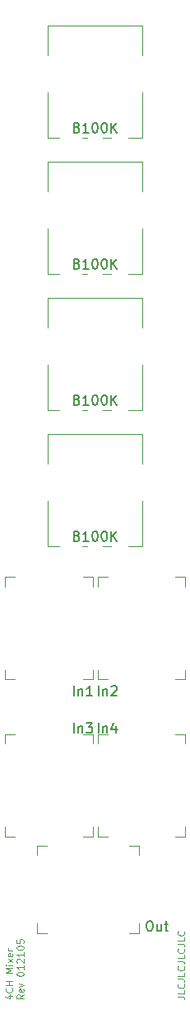
<source format=gbr>
G04 #@! TF.GenerationSoftware,KiCad,Pcbnew,(5.1.10)-1*
G04 #@! TF.CreationDate,2021-05-24T09:12:42+02:00*
G04 #@! TF.ProjectId,4CH Mixer,34434820-4d69-4786-9572-2e6b69636164,rev?*
G04 #@! TF.SameCoordinates,Original*
G04 #@! TF.FileFunction,Legend,Top*
G04 #@! TF.FilePolarity,Positive*
%FSLAX46Y46*%
G04 Gerber Fmt 4.6, Leading zero omitted, Abs format (unit mm)*
G04 Created by KiCad (PCBNEW (5.1.10)-1) date 2021-05-24 09:12:42*
%MOMM*%
%LPD*%
G01*
G04 APERTURE LIST*
%ADD10C,0.100000*%
%ADD11C,0.120000*%
%ADD12C,0.150000*%
G04 APERTURE END LIST*
D10*
X18506666Y-100533333D02*
X19006666Y-100533333D01*
X19106666Y-100566666D01*
X19173333Y-100633333D01*
X19206666Y-100733333D01*
X19206666Y-100800000D01*
X19206666Y-99866666D02*
X19206666Y-100200000D01*
X18506666Y-100200000D01*
X19140000Y-99233333D02*
X19173333Y-99266666D01*
X19206666Y-99366666D01*
X19206666Y-99433333D01*
X19173333Y-99533333D01*
X19106666Y-99600000D01*
X19040000Y-99633333D01*
X18906666Y-99666666D01*
X18806666Y-99666666D01*
X18673333Y-99633333D01*
X18606666Y-99600000D01*
X18540000Y-99533333D01*
X18506666Y-99433333D01*
X18506666Y-99366666D01*
X18540000Y-99266666D01*
X18573333Y-99233333D01*
X18506666Y-98733333D02*
X19006666Y-98733333D01*
X19106666Y-98766666D01*
X19173333Y-98833333D01*
X19206666Y-98933333D01*
X19206666Y-99000000D01*
X19206666Y-98066666D02*
X19206666Y-98400000D01*
X18506666Y-98400000D01*
X19140000Y-97433333D02*
X19173333Y-97466666D01*
X19206666Y-97566666D01*
X19206666Y-97633333D01*
X19173333Y-97733333D01*
X19106666Y-97800000D01*
X19040000Y-97833333D01*
X18906666Y-97866666D01*
X18806666Y-97866666D01*
X18673333Y-97833333D01*
X18606666Y-97800000D01*
X18540000Y-97733333D01*
X18506666Y-97633333D01*
X18506666Y-97566666D01*
X18540000Y-97466666D01*
X18573333Y-97433333D01*
X18506666Y-96933333D02*
X19006666Y-96933333D01*
X19106666Y-96966666D01*
X19173333Y-97033333D01*
X19206666Y-97133333D01*
X19206666Y-97200000D01*
X19206666Y-96266666D02*
X19206666Y-96600000D01*
X18506666Y-96600000D01*
X19140000Y-95633333D02*
X19173333Y-95666666D01*
X19206666Y-95766666D01*
X19206666Y-95833333D01*
X19173333Y-95933333D01*
X19106666Y-96000000D01*
X19040000Y-96033333D01*
X18906666Y-96066666D01*
X18806666Y-96066666D01*
X18673333Y-96033333D01*
X18606666Y-96000000D01*
X18540000Y-95933333D01*
X18506666Y-95833333D01*
X18506666Y-95766666D01*
X18540000Y-95666666D01*
X18573333Y-95633333D01*
X18506666Y-95133333D02*
X19006666Y-95133333D01*
X19106666Y-95166666D01*
X19173333Y-95233333D01*
X19206666Y-95333333D01*
X19206666Y-95400000D01*
X19206666Y-94466666D02*
X19206666Y-94800000D01*
X18506666Y-94800000D01*
X19140000Y-93833333D02*
X19173333Y-93866666D01*
X19206666Y-93966666D01*
X19206666Y-94033333D01*
X19173333Y-94133333D01*
X19106666Y-94200000D01*
X19040000Y-94233333D01*
X18906666Y-94266666D01*
X18806666Y-94266666D01*
X18673333Y-94233333D01*
X18606666Y-94200000D01*
X18540000Y-94133333D01*
X18506666Y-94033333D01*
X18506666Y-93966666D01*
X18540000Y-93866666D01*
X18573333Y-93833333D01*
X1020000Y-100433333D02*
X1486666Y-100433333D01*
X753333Y-100600000D02*
X1253333Y-100766666D01*
X1253333Y-100333333D01*
X1420000Y-99666666D02*
X1453333Y-99700000D01*
X1486666Y-99800000D01*
X1486666Y-99866666D01*
X1453333Y-99966666D01*
X1386666Y-100033333D01*
X1320000Y-100066666D01*
X1186666Y-100100000D01*
X1086666Y-100100000D01*
X953333Y-100066666D01*
X886666Y-100033333D01*
X820000Y-99966666D01*
X786666Y-99866666D01*
X786666Y-99800000D01*
X820000Y-99700000D01*
X853333Y-99666666D01*
X1486666Y-99366666D02*
X786666Y-99366666D01*
X1120000Y-99366666D02*
X1120000Y-98966666D01*
X1486666Y-98966666D02*
X786666Y-98966666D01*
X1486666Y-98100000D02*
X786666Y-98100000D01*
X1286666Y-97866666D01*
X786666Y-97633333D01*
X1486666Y-97633333D01*
X1486666Y-97300000D02*
X1020000Y-97300000D01*
X786666Y-97300000D02*
X820000Y-97333333D01*
X853333Y-97300000D01*
X820000Y-97266666D01*
X786666Y-97300000D01*
X853333Y-97300000D01*
X1486666Y-97033333D02*
X1020000Y-96666666D01*
X1020000Y-97033333D02*
X1486666Y-96666666D01*
X1453333Y-96133333D02*
X1486666Y-96200000D01*
X1486666Y-96333333D01*
X1453333Y-96400000D01*
X1386666Y-96433333D01*
X1120000Y-96433333D01*
X1053333Y-96400000D01*
X1020000Y-96333333D01*
X1020000Y-96200000D01*
X1053333Y-96133333D01*
X1120000Y-96100000D01*
X1186666Y-96100000D01*
X1253333Y-96433333D01*
X1486666Y-95800000D02*
X1020000Y-95800000D01*
X1153333Y-95800000D02*
X1086666Y-95766666D01*
X1053333Y-95733333D01*
X1020000Y-95666666D01*
X1020000Y-95600000D01*
X2636666Y-100333333D02*
X2303333Y-100566666D01*
X2636666Y-100733333D02*
X1936666Y-100733333D01*
X1936666Y-100466666D01*
X1970000Y-100400000D01*
X2003333Y-100366666D01*
X2070000Y-100333333D01*
X2170000Y-100333333D01*
X2236666Y-100366666D01*
X2270000Y-100400000D01*
X2303333Y-100466666D01*
X2303333Y-100733333D01*
X2603333Y-99766666D02*
X2636666Y-99833333D01*
X2636666Y-99966666D01*
X2603333Y-100033333D01*
X2536666Y-100066666D01*
X2270000Y-100066666D01*
X2203333Y-100033333D01*
X2170000Y-99966666D01*
X2170000Y-99833333D01*
X2203333Y-99766666D01*
X2270000Y-99733333D01*
X2336666Y-99733333D01*
X2403333Y-100066666D01*
X2170000Y-99500000D02*
X2636666Y-99333333D01*
X2170000Y-99166666D01*
X1936666Y-98233333D02*
X1936666Y-98166666D01*
X1970000Y-98100000D01*
X2003333Y-98066666D01*
X2070000Y-98033333D01*
X2203333Y-98000000D01*
X2370000Y-98000000D01*
X2503333Y-98033333D01*
X2570000Y-98066666D01*
X2603333Y-98100000D01*
X2636666Y-98166666D01*
X2636666Y-98233333D01*
X2603333Y-98300000D01*
X2570000Y-98333333D01*
X2503333Y-98366666D01*
X2370000Y-98400000D01*
X2203333Y-98400000D01*
X2070000Y-98366666D01*
X2003333Y-98333333D01*
X1970000Y-98300000D01*
X1936666Y-98233333D01*
X2636666Y-97333333D02*
X2636666Y-97733333D01*
X2636666Y-97533333D02*
X1936666Y-97533333D01*
X2036666Y-97600000D01*
X2103333Y-97666666D01*
X2136666Y-97733333D01*
X2003333Y-97066666D02*
X1970000Y-97033333D01*
X1936666Y-96966666D01*
X1936666Y-96800000D01*
X1970000Y-96733333D01*
X2003333Y-96700000D01*
X2070000Y-96666666D01*
X2136666Y-96666666D01*
X2236666Y-96700000D01*
X2636666Y-97100000D01*
X2636666Y-96666666D01*
X2636666Y-96000000D02*
X2636666Y-96400000D01*
X2636666Y-96200000D02*
X1936666Y-96200000D01*
X2036666Y-96266666D01*
X2103333Y-96333333D01*
X2136666Y-96400000D01*
X1936666Y-95566666D02*
X1936666Y-95500000D01*
X1970000Y-95433333D01*
X2003333Y-95400000D01*
X2070000Y-95366666D01*
X2203333Y-95333333D01*
X2370000Y-95333333D01*
X2503333Y-95366666D01*
X2570000Y-95400000D01*
X2603333Y-95433333D01*
X2636666Y-95500000D01*
X2636666Y-95566666D01*
X2603333Y-95633333D01*
X2570000Y-95666666D01*
X2503333Y-95700000D01*
X2370000Y-95733333D01*
X2203333Y-95733333D01*
X2070000Y-95700000D01*
X2003333Y-95666666D01*
X1970000Y-95633333D01*
X1936666Y-95566666D01*
X1936666Y-94700000D02*
X1936666Y-95033333D01*
X2270000Y-95066666D01*
X2236666Y-95033333D01*
X2203333Y-94966666D01*
X2203333Y-94800000D01*
X2236666Y-94733333D01*
X2270000Y-94700000D01*
X2336666Y-94666666D01*
X2503333Y-94666666D01*
X2570000Y-94700000D01*
X2603333Y-94733333D01*
X2636666Y-94800000D01*
X2636666Y-94966666D01*
X2603333Y-95033333D01*
X2570000Y-95066666D01*
D11*
G04 #@! TO.C,J6*
X4000000Y-86035000D02*
X4000000Y-85035000D01*
X4000000Y-85035000D02*
X5000000Y-85035000D01*
X4000000Y-93035000D02*
X4000000Y-94035000D01*
X4000000Y-94035000D02*
X5000000Y-94035000D01*
X13500000Y-94035000D02*
X14500000Y-94035000D01*
X14500000Y-94035000D02*
X14500000Y-93035000D01*
X13500000Y-85035000D02*
X14500000Y-85035000D01*
X14500000Y-85035000D02*
X14500000Y-86035000D01*
G04 #@! TO.C,J4*
X11262500Y-84105000D02*
X10262500Y-84105000D01*
X10262500Y-84105000D02*
X10262500Y-83105000D01*
X18262500Y-84105000D02*
X19262500Y-84105000D01*
X19262500Y-84105000D02*
X19262500Y-83105000D01*
X19262500Y-74605000D02*
X19262500Y-73605000D01*
X19262500Y-73605000D02*
X18262500Y-73605000D01*
X10262500Y-74605000D02*
X10262500Y-73605000D01*
X10262500Y-73605000D02*
X11262500Y-73605000D01*
G04 #@! TO.C,J3*
X1737500Y-84105000D02*
X737500Y-84105000D01*
X737500Y-84105000D02*
X737500Y-83105000D01*
X8737500Y-84105000D02*
X9737500Y-84105000D01*
X9737500Y-84105000D02*
X9737500Y-83105000D01*
X9737500Y-74605000D02*
X9737500Y-73605000D01*
X9737500Y-73605000D02*
X8737500Y-73605000D01*
X737500Y-74605000D02*
X737500Y-73605000D01*
X737500Y-73605000D02*
X1737500Y-73605000D01*
G04 #@! TO.C,J2*
X18262500Y-57500000D02*
X19262500Y-57500000D01*
X19262500Y-57500000D02*
X19262500Y-58500000D01*
X11262500Y-57500000D02*
X10262500Y-57500000D01*
X10262500Y-57500000D02*
X10262500Y-58500000D01*
X10262500Y-67000000D02*
X10262500Y-68000000D01*
X10262500Y-68000000D02*
X11262500Y-68000000D01*
X19262500Y-67000000D02*
X19262500Y-68000000D01*
X19262500Y-68000000D02*
X18262500Y-68000000D01*
G04 #@! TO.C,J1*
X8737500Y-57500000D02*
X9737500Y-57500000D01*
X9737500Y-57500000D02*
X9737500Y-58500000D01*
X1737500Y-57500000D02*
X737500Y-57500000D01*
X737500Y-57500000D02*
X737500Y-58500000D01*
X737500Y-67000000D02*
X737500Y-68000000D01*
X737500Y-68000000D02*
X1737500Y-68000000D01*
X9737500Y-67000000D02*
X9737500Y-68000000D01*
X9737500Y-68000000D02*
X8737500Y-68000000D01*
G04 #@! TO.C,P4*
X11660000Y-54365000D02*
X10830000Y-54365000D01*
X9210000Y-54365000D02*
X8680000Y-54365000D01*
X6310000Y-54365000D02*
X5130000Y-54365000D01*
X14870000Y-54365000D02*
X14870000Y-49645000D01*
X5130000Y-45835000D02*
X5130000Y-42775000D01*
X5120000Y-54365000D02*
X5120000Y-49645000D01*
X14870000Y-45835000D02*
X14870000Y-42775000D01*
X14870000Y-54365000D02*
X13380000Y-54365000D01*
X14870000Y-42775000D02*
X5130000Y-42775000D01*
G04 #@! TO.C,P3*
X11660000Y-40395000D02*
X10830000Y-40395000D01*
X9210000Y-40395000D02*
X8680000Y-40395000D01*
X6310000Y-40395000D02*
X5130000Y-40395000D01*
X14870000Y-40395000D02*
X14870000Y-35675000D01*
X5130000Y-31865000D02*
X5130000Y-28805000D01*
X5120000Y-40395000D02*
X5120000Y-35675000D01*
X14870000Y-31865000D02*
X14870000Y-28805000D01*
X14870000Y-40395000D02*
X13380000Y-40395000D01*
X14870000Y-28805000D02*
X5130000Y-28805000D01*
G04 #@! TO.C,P2*
X11660000Y-26425000D02*
X10830000Y-26425000D01*
X9210000Y-26425000D02*
X8680000Y-26425000D01*
X6310000Y-26425000D02*
X5130000Y-26425000D01*
X14870000Y-26425000D02*
X14870000Y-21705000D01*
X5130000Y-17895000D02*
X5130000Y-14835000D01*
X5120000Y-26425000D02*
X5120000Y-21705000D01*
X14870000Y-17895000D02*
X14870000Y-14835000D01*
X14870000Y-26425000D02*
X13380000Y-26425000D01*
X14870000Y-14835000D02*
X5130000Y-14835000D01*
G04 #@! TO.C,P1*
X11660000Y-12455000D02*
X10830000Y-12455000D01*
X9210000Y-12455000D02*
X8680000Y-12455000D01*
X6310000Y-12455000D02*
X5130000Y-12455000D01*
X14870000Y-12455000D02*
X14870000Y-7735000D01*
X5130000Y-3925000D02*
X5130000Y-865000D01*
X5120000Y-12455000D02*
X5120000Y-7735000D01*
X14870000Y-3925000D02*
X14870000Y-865000D01*
X14870000Y-12455000D02*
X13380000Y-12455000D01*
X14870000Y-865000D02*
X5130000Y-865000D01*
G04 #@! TO.C,J6*
D12*
X15516666Y-92797380D02*
X15707142Y-92797380D01*
X15802380Y-92845000D01*
X15897619Y-92940238D01*
X15945238Y-93130714D01*
X15945238Y-93464047D01*
X15897619Y-93654523D01*
X15802380Y-93749761D01*
X15707142Y-93797380D01*
X15516666Y-93797380D01*
X15421428Y-93749761D01*
X15326190Y-93654523D01*
X15278571Y-93464047D01*
X15278571Y-93130714D01*
X15326190Y-92940238D01*
X15421428Y-92845000D01*
X15516666Y-92797380D01*
X16802380Y-93130714D02*
X16802380Y-93797380D01*
X16373809Y-93130714D02*
X16373809Y-93654523D01*
X16421428Y-93749761D01*
X16516666Y-93797380D01*
X16659523Y-93797380D01*
X16754761Y-93749761D01*
X16802380Y-93702142D01*
X17135714Y-93130714D02*
X17516666Y-93130714D01*
X17278571Y-92797380D02*
X17278571Y-93654523D01*
X17326190Y-93749761D01*
X17421428Y-93797380D01*
X17516666Y-93797380D01*
G04 #@! TO.C,J4*
X10341428Y-73477380D02*
X10341428Y-72477380D01*
X10817619Y-72810714D02*
X10817619Y-73477380D01*
X10817619Y-72905952D02*
X10865238Y-72858333D01*
X10960476Y-72810714D01*
X11103333Y-72810714D01*
X11198571Y-72858333D01*
X11246190Y-72953571D01*
X11246190Y-73477380D01*
X12150952Y-72810714D02*
X12150952Y-73477380D01*
X11912857Y-72429761D02*
X11674761Y-73144047D01*
X12293809Y-73144047D01*
G04 #@! TO.C,J3*
X7801428Y-73477380D02*
X7801428Y-72477380D01*
X8277619Y-72810714D02*
X8277619Y-73477380D01*
X8277619Y-72905952D02*
X8325238Y-72858333D01*
X8420476Y-72810714D01*
X8563333Y-72810714D01*
X8658571Y-72858333D01*
X8706190Y-72953571D01*
X8706190Y-73477380D01*
X9087142Y-72477380D02*
X9706190Y-72477380D01*
X9372857Y-72858333D01*
X9515714Y-72858333D01*
X9610952Y-72905952D01*
X9658571Y-72953571D01*
X9706190Y-73048809D01*
X9706190Y-73286904D01*
X9658571Y-73382142D01*
X9610952Y-73429761D01*
X9515714Y-73477380D01*
X9230000Y-73477380D01*
X9134761Y-73429761D01*
X9087142Y-73382142D01*
G04 #@! TO.C,J2*
X10341428Y-69667380D02*
X10341428Y-68667380D01*
X10817619Y-69000714D02*
X10817619Y-69667380D01*
X10817619Y-69095952D02*
X10865238Y-69048333D01*
X10960476Y-69000714D01*
X11103333Y-69000714D01*
X11198571Y-69048333D01*
X11246190Y-69143571D01*
X11246190Y-69667380D01*
X11674761Y-68762619D02*
X11722380Y-68715000D01*
X11817619Y-68667380D01*
X12055714Y-68667380D01*
X12150952Y-68715000D01*
X12198571Y-68762619D01*
X12246190Y-68857857D01*
X12246190Y-68953095D01*
X12198571Y-69095952D01*
X11627142Y-69667380D01*
X12246190Y-69667380D01*
G04 #@! TO.C,J1*
X7801428Y-69667380D02*
X7801428Y-68667380D01*
X8277619Y-69000714D02*
X8277619Y-69667380D01*
X8277619Y-69095952D02*
X8325238Y-69048333D01*
X8420476Y-69000714D01*
X8563333Y-69000714D01*
X8658571Y-69048333D01*
X8706190Y-69143571D01*
X8706190Y-69667380D01*
X9706190Y-69667380D02*
X9134761Y-69667380D01*
X9420476Y-69667380D02*
X9420476Y-68667380D01*
X9325238Y-68810238D01*
X9230000Y-68905476D01*
X9134761Y-68953095D01*
G04 #@! TO.C,P4*
X8142857Y-53268571D02*
X8285714Y-53316190D01*
X8333333Y-53363809D01*
X8380952Y-53459047D01*
X8380952Y-53601904D01*
X8333333Y-53697142D01*
X8285714Y-53744761D01*
X8190476Y-53792380D01*
X7809523Y-53792380D01*
X7809523Y-52792380D01*
X8142857Y-52792380D01*
X8238095Y-52840000D01*
X8285714Y-52887619D01*
X8333333Y-52982857D01*
X8333333Y-53078095D01*
X8285714Y-53173333D01*
X8238095Y-53220952D01*
X8142857Y-53268571D01*
X7809523Y-53268571D01*
X9333333Y-53792380D02*
X8761904Y-53792380D01*
X9047619Y-53792380D02*
X9047619Y-52792380D01*
X8952380Y-52935238D01*
X8857142Y-53030476D01*
X8761904Y-53078095D01*
X9952380Y-52792380D02*
X10047619Y-52792380D01*
X10142857Y-52840000D01*
X10190476Y-52887619D01*
X10238095Y-52982857D01*
X10285714Y-53173333D01*
X10285714Y-53411428D01*
X10238095Y-53601904D01*
X10190476Y-53697142D01*
X10142857Y-53744761D01*
X10047619Y-53792380D01*
X9952380Y-53792380D01*
X9857142Y-53744761D01*
X9809523Y-53697142D01*
X9761904Y-53601904D01*
X9714285Y-53411428D01*
X9714285Y-53173333D01*
X9761904Y-52982857D01*
X9809523Y-52887619D01*
X9857142Y-52840000D01*
X9952380Y-52792380D01*
X10904761Y-52792380D02*
X11000000Y-52792380D01*
X11095238Y-52840000D01*
X11142857Y-52887619D01*
X11190476Y-52982857D01*
X11238095Y-53173333D01*
X11238095Y-53411428D01*
X11190476Y-53601904D01*
X11142857Y-53697142D01*
X11095238Y-53744761D01*
X11000000Y-53792380D01*
X10904761Y-53792380D01*
X10809523Y-53744761D01*
X10761904Y-53697142D01*
X10714285Y-53601904D01*
X10666666Y-53411428D01*
X10666666Y-53173333D01*
X10714285Y-52982857D01*
X10761904Y-52887619D01*
X10809523Y-52840000D01*
X10904761Y-52792380D01*
X11666666Y-53792380D02*
X11666666Y-52792380D01*
X12238095Y-53792380D02*
X11809523Y-53220952D01*
X12238095Y-52792380D02*
X11666666Y-53363809D01*
G04 #@! TO.C,P3*
X8142857Y-39298571D02*
X8285714Y-39346190D01*
X8333333Y-39393809D01*
X8380952Y-39489047D01*
X8380952Y-39631904D01*
X8333333Y-39727142D01*
X8285714Y-39774761D01*
X8190476Y-39822380D01*
X7809523Y-39822380D01*
X7809523Y-38822380D01*
X8142857Y-38822380D01*
X8238095Y-38870000D01*
X8285714Y-38917619D01*
X8333333Y-39012857D01*
X8333333Y-39108095D01*
X8285714Y-39203333D01*
X8238095Y-39250952D01*
X8142857Y-39298571D01*
X7809523Y-39298571D01*
X9333333Y-39822380D02*
X8761904Y-39822380D01*
X9047619Y-39822380D02*
X9047619Y-38822380D01*
X8952380Y-38965238D01*
X8857142Y-39060476D01*
X8761904Y-39108095D01*
X9952380Y-38822380D02*
X10047619Y-38822380D01*
X10142857Y-38870000D01*
X10190476Y-38917619D01*
X10238095Y-39012857D01*
X10285714Y-39203333D01*
X10285714Y-39441428D01*
X10238095Y-39631904D01*
X10190476Y-39727142D01*
X10142857Y-39774761D01*
X10047619Y-39822380D01*
X9952380Y-39822380D01*
X9857142Y-39774761D01*
X9809523Y-39727142D01*
X9761904Y-39631904D01*
X9714285Y-39441428D01*
X9714285Y-39203333D01*
X9761904Y-39012857D01*
X9809523Y-38917619D01*
X9857142Y-38870000D01*
X9952380Y-38822380D01*
X10904761Y-38822380D02*
X11000000Y-38822380D01*
X11095238Y-38870000D01*
X11142857Y-38917619D01*
X11190476Y-39012857D01*
X11238095Y-39203333D01*
X11238095Y-39441428D01*
X11190476Y-39631904D01*
X11142857Y-39727142D01*
X11095238Y-39774761D01*
X11000000Y-39822380D01*
X10904761Y-39822380D01*
X10809523Y-39774761D01*
X10761904Y-39727142D01*
X10714285Y-39631904D01*
X10666666Y-39441428D01*
X10666666Y-39203333D01*
X10714285Y-39012857D01*
X10761904Y-38917619D01*
X10809523Y-38870000D01*
X10904761Y-38822380D01*
X11666666Y-39822380D02*
X11666666Y-38822380D01*
X12238095Y-39822380D02*
X11809523Y-39250952D01*
X12238095Y-38822380D02*
X11666666Y-39393809D01*
G04 #@! TO.C,P2*
X8142857Y-25328571D02*
X8285714Y-25376190D01*
X8333333Y-25423809D01*
X8380952Y-25519047D01*
X8380952Y-25661904D01*
X8333333Y-25757142D01*
X8285714Y-25804761D01*
X8190476Y-25852380D01*
X7809523Y-25852380D01*
X7809523Y-24852380D01*
X8142857Y-24852380D01*
X8238095Y-24900000D01*
X8285714Y-24947619D01*
X8333333Y-25042857D01*
X8333333Y-25138095D01*
X8285714Y-25233333D01*
X8238095Y-25280952D01*
X8142857Y-25328571D01*
X7809523Y-25328571D01*
X9333333Y-25852380D02*
X8761904Y-25852380D01*
X9047619Y-25852380D02*
X9047619Y-24852380D01*
X8952380Y-24995238D01*
X8857142Y-25090476D01*
X8761904Y-25138095D01*
X9952380Y-24852380D02*
X10047619Y-24852380D01*
X10142857Y-24900000D01*
X10190476Y-24947619D01*
X10238095Y-25042857D01*
X10285714Y-25233333D01*
X10285714Y-25471428D01*
X10238095Y-25661904D01*
X10190476Y-25757142D01*
X10142857Y-25804761D01*
X10047619Y-25852380D01*
X9952380Y-25852380D01*
X9857142Y-25804761D01*
X9809523Y-25757142D01*
X9761904Y-25661904D01*
X9714285Y-25471428D01*
X9714285Y-25233333D01*
X9761904Y-25042857D01*
X9809523Y-24947619D01*
X9857142Y-24900000D01*
X9952380Y-24852380D01*
X10904761Y-24852380D02*
X11000000Y-24852380D01*
X11095238Y-24900000D01*
X11142857Y-24947619D01*
X11190476Y-25042857D01*
X11238095Y-25233333D01*
X11238095Y-25471428D01*
X11190476Y-25661904D01*
X11142857Y-25757142D01*
X11095238Y-25804761D01*
X11000000Y-25852380D01*
X10904761Y-25852380D01*
X10809523Y-25804761D01*
X10761904Y-25757142D01*
X10714285Y-25661904D01*
X10666666Y-25471428D01*
X10666666Y-25233333D01*
X10714285Y-25042857D01*
X10761904Y-24947619D01*
X10809523Y-24900000D01*
X10904761Y-24852380D01*
X11666666Y-25852380D02*
X11666666Y-24852380D01*
X12238095Y-25852380D02*
X11809523Y-25280952D01*
X12238095Y-24852380D02*
X11666666Y-25423809D01*
G04 #@! TO.C,P1*
X8142857Y-11358571D02*
X8285714Y-11406190D01*
X8333333Y-11453809D01*
X8380952Y-11549047D01*
X8380952Y-11691904D01*
X8333333Y-11787142D01*
X8285714Y-11834761D01*
X8190476Y-11882380D01*
X7809523Y-11882380D01*
X7809523Y-10882380D01*
X8142857Y-10882380D01*
X8238095Y-10930000D01*
X8285714Y-10977619D01*
X8333333Y-11072857D01*
X8333333Y-11168095D01*
X8285714Y-11263333D01*
X8238095Y-11310952D01*
X8142857Y-11358571D01*
X7809523Y-11358571D01*
X9333333Y-11882380D02*
X8761904Y-11882380D01*
X9047619Y-11882380D02*
X9047619Y-10882380D01*
X8952380Y-11025238D01*
X8857142Y-11120476D01*
X8761904Y-11168095D01*
X9952380Y-10882380D02*
X10047619Y-10882380D01*
X10142857Y-10930000D01*
X10190476Y-10977619D01*
X10238095Y-11072857D01*
X10285714Y-11263333D01*
X10285714Y-11501428D01*
X10238095Y-11691904D01*
X10190476Y-11787142D01*
X10142857Y-11834761D01*
X10047619Y-11882380D01*
X9952380Y-11882380D01*
X9857142Y-11834761D01*
X9809523Y-11787142D01*
X9761904Y-11691904D01*
X9714285Y-11501428D01*
X9714285Y-11263333D01*
X9761904Y-11072857D01*
X9809523Y-10977619D01*
X9857142Y-10930000D01*
X9952380Y-10882380D01*
X10904761Y-10882380D02*
X11000000Y-10882380D01*
X11095238Y-10930000D01*
X11142857Y-10977619D01*
X11190476Y-11072857D01*
X11238095Y-11263333D01*
X11238095Y-11501428D01*
X11190476Y-11691904D01*
X11142857Y-11787142D01*
X11095238Y-11834761D01*
X11000000Y-11882380D01*
X10904761Y-11882380D01*
X10809523Y-11834761D01*
X10761904Y-11787142D01*
X10714285Y-11691904D01*
X10666666Y-11501428D01*
X10666666Y-11263333D01*
X10714285Y-11072857D01*
X10761904Y-10977619D01*
X10809523Y-10930000D01*
X10904761Y-10882380D01*
X11666666Y-11882380D02*
X11666666Y-10882380D01*
X12238095Y-11882380D02*
X11809523Y-11310952D01*
X12238095Y-10882380D02*
X11666666Y-11453809D01*
G04 #@! TD*
M02*

</source>
